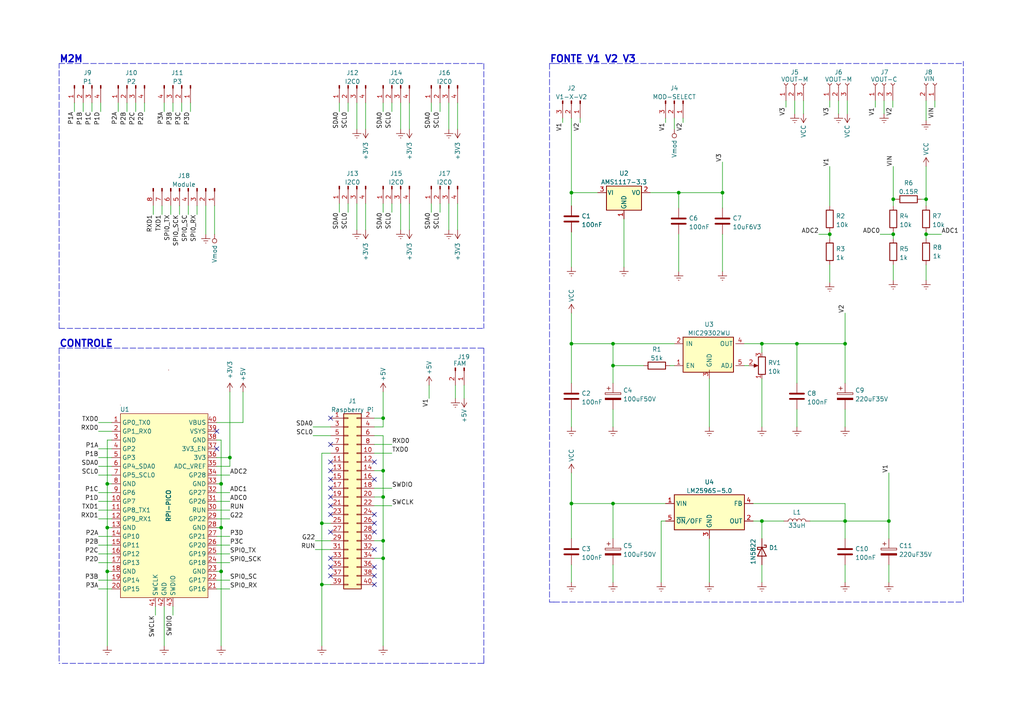
<source format=kicad_sch>
(kicad_sch (version 20211123) (generator eeschema)
  (paper "A4")
  (title_block (title "Controle e Alimentação") (date "2022-06-19") (rev "1.0") (company "Trekking") (comment 2 "Pedro Igro B. S."))
  (lib_symbols
    (symbol "Connector:Conn_01x02_Female" (pin_names (offset 1.016) hide)
      (property "Reference" "J" (at 0 2.54 0))
      (property "Value" "Conn_01x02_Female" (at 0 -5.08 0))
      (symbol "Conn_01x02_Female_1_1"
        (pin passive line (at -5.08 0 0) (length 3.81) (name "Pin_1") (number "1"))
        (pin passive line (at -5.08 -2.54 0) (length 3.81) (name "Pin_2") (number "2"))
      )
    )
    (symbol "Connector:Conn_01x02_Male" (pin_names (offset 1.016) hide)
      (property "Reference" "J" (at 0 2.54 0))
      (property "Value" "Conn_01x02_Male" (at 0 -5.08 0))
      (symbol "Conn_01x02_Male_1_1"
        (pin passive line (at 5.08 0 180) (length 3.81) (name "Pin_1") (number "1"))
        (pin passive line (at 5.08 -2.54 180) (length 3.81) (name "Pin_2") (number "2"))
      )
    )
    (symbol "Connector:Conn_01x03_Female" (pin_names (offset 1.016) hide)
      (property "Reference" "J" (at 0 5.08 0))
      (property "Value" "Conn_01x03_Female" (at 0 -5.08 0))
      (symbol "Conn_01x03_Female_1_1"
        (pin passive line (at -5.08 2.54 0) (length 3.81) (name "Pin_1") (number "1"))
        (pin passive line (at -5.08 0 0) (length 3.81) (name "Pin_2") (number "2"))
        (pin passive line (at -5.08 -2.54 0) (length 3.81) (name "Pin_3") (number "3"))
      )
    )
    (symbol "Connector:Conn_01x03_Male" (pin_names (offset 1.016) hide)
      (property "Reference" "J" (at 0 5.08 0))
      (property "Value" "Conn_01x03_Male" (at 0 -5.08 0))
      (symbol "Conn_01x03_Male_1_1"
        (pin passive line (at 5.08 2.54 180) (length 3.81) (name "Pin_1") (number "1"))
        (pin passive line (at 5.08 0 180) (length 3.81) (name "Pin_2") (number "2"))
        (pin passive line (at 5.08 -2.54 180) (length 3.81) (name "Pin_3") (number "3"))
      )
    )
    (symbol "Connector:Conn_01x04_Male" (pin_names (offset 1.016) hide)
      (property "Reference" "J" (at 0 5.08 0))
      (property "Value" "Conn_01x04_Male" (at 0 -7.62 0))
      (symbol "Conn_01x04_Male_1_1"
        (pin passive line (at 5.08 2.54 180) (length 3.81) (name "Pin_1") (number "1"))
        (pin passive line (at 5.08 0 180) (length 3.81) (name "Pin_2") (number "2"))
        (pin passive line (at 5.08 -2.54 180) (length 3.81) (name "Pin_3") (number "3"))
        (pin passive line (at 5.08 -5.08 180) (length 3.81) (name "Pin_4") (number "4"))
      )
    )
    (symbol "Connector:Conn_01x08_Male" (pin_names (offset 1.016) hide)
      (property "Reference" "J" (at 0 10.16 0))
      (property "Value" "Conn_01x08_Male" (at 0 -12.7 0))
      (symbol "Conn_01x08_Male_1_1"
        (pin passive line (at 5.08 7.62 180) (length 3.81) (name "Pin_1") (number "1"))
        (pin passive line (at 5.08 5.08 180) (length 3.81) (name "Pin_2") (number "2"))
        (pin passive line (at 5.08 2.54 180) (length 3.81) (name "Pin_3") (number "3"))
        (pin passive line (at 5.08 0 180) (length 3.81) (name "Pin_4") (number "4"))
        (pin passive line (at 5.08 -2.54 180) (length 3.81) (name "Pin_5") (number "5"))
        (pin passive line (at 5.08 -5.08 180) (length 3.81) (name "Pin_6") (number "6"))
        (pin passive line (at 5.08 -7.62 180) (length 3.81) (name "Pin_7") (number "7"))
        (pin passive line (at 5.08 -10.16 180) (length 3.81) (name "Pin_8") (number "8"))
      )
    )
    (symbol "Connector_Generic:Conn_02x20_Odd_Even" (pin_names (offset 1.016) hide)
      (property "Reference" "J" (at 1.27 25.4 0))
      (property "Value" "Conn_02x20_Odd_Even" (at 1.27 -27.94 0))
      (symbol "Conn_02x20_Odd_Even_1_1"
        (pin passive line (at -5.08 22.86 0) (length 3.81) (name "Pin_1") (number "1"))
        (pin passive line (at 7.62 12.7 180) (length 3.81) (name "Pin_10") (number "10"))
        (pin passive line (at -5.08 10.16 0) (length 3.81) (name "Pin_11") (number "11"))
        (pin passive line (at 7.62 10.16 180) (length 3.81) (name "Pin_12") (number "12"))
        (pin passive line (at -5.08 7.62 0) (length 3.81) (name "Pin_13") (number "13"))
        (pin passive line (at 7.62 7.62 180) (length 3.81) (name "Pin_14") (number "14"))
        (pin passive line (at -5.08 5.08 0) (length 3.81) (name "Pin_15") (number "15"))
        (pin passive line (at 7.62 5.08 180) (length 3.81) (name "Pin_16") (number "16"))
        (pin passive line (at -5.08 2.54 0) (length 3.81) (name "Pin_17") (number "17"))
        (pin passive line (at 7.62 2.54 180) (length 3.81) (name "Pin_18") (number "18"))
        (pin passive line (at -5.08 0 0) (length 3.81) (name "Pin_19") (number "19"))
        (pin passive line (at 7.62 22.86 180) (length 3.81) (name "Pin_2") (number "2"))
        (pin passive line (at 7.62 0 180) (length 3.81) (name "Pin_20") (number "20"))
        (pin passive line (at -5.08 -2.54 0) (length 3.81) (name "Pin_21") (number "21"))
        (pin passive line (at 7.62 -2.54 180) (length 3.81) (name "Pin_22") (number "22"))
        (pin passive line (at -5.08 -5.08 0) (length 3.81) (name "Pin_23") (number "23"))
        (pin passive line (at 7.62 -5.08 180) (length 3.81) (name "Pin_24") (number "24"))
        (pin passive line (at -5.08 -7.62 0) (length 3.81) (name "Pin_25") (number "25"))
        (pin passive line (at 7.62 -7.62 180) (length 3.81) (name "Pin_26") (number "26"))
        (pin passive line (at -5.08 -10.16 0) (length 3.81) (name "Pin_27") (number "27"))
        (pin passive line (at 7.62 -10.16 180) (length 3.81) (name "Pin_28") (number "28"))
        (pin passive line (at -5.08 -12.7 0) (length 3.81) (name "Pin_29") (number "29"))
        (pin passive line (at -5.08 20.32 0) (length 3.81) (name "Pin_3") (number "3"))
        (pin passive line (at 7.62 -12.7 180) (length 3.81) (name "Pin_30") (number "30"))
        (pin passive line (at -5.08 -15.24 0) (length 3.81) (name "Pin_31") (number "31"))
        (pin passive line (at 7.62 -15.24 180) (length 3.81) (name "Pin_32") (number "32"))
        (pin passive line (at -5.08 -17.78 0) (length 3.81) (name "Pin_33") (number "33"))
        (pin passive line (at 7.62 -17.78 180) (length 3.81) (name "Pin_34") (number "34"))
        (pin passive line (at -5.08 -20.32 0) (length 3.81) (name "Pin_35") (number "35"))
        (pin passive line (at 7.62 -20.32 180) (length 3.81) (name "Pin_36") (number "36"))
        (pin passive line (at -5.08 -22.86 0) (length 3.81) (name "Pin_37") (number "37"))
        (pin passive line (at 7.62 -22.86 180) (length 3.81) (name "Pin_38") (number "38"))
        (pin passive line (at -5.08 -25.4 0) (length 3.81) (name "Pin_39") (number "39"))
        (pin passive line (at 7.62 20.32 180) (length 3.81) (name "Pin_4") (number "4"))
        (pin passive line (at 7.62 -25.4 180) (length 3.81) (name "Pin_40") (number "40"))
        (pin passive line (at -5.08 17.78 0) (length 3.81) (name "Pin_5") (number "5"))
        (pin passive line (at 7.62 17.78 180) (length 3.81) (name "Pin_6") (number "6"))
        (pin passive line (at -5.08 15.24 0) (length 3.81) (name "Pin_7") (number "7"))
        (pin passive line (at 7.62 15.24 180) (length 3.81) (name "Pin_8") (number "8"))
        (pin passive line (at -5.08 12.7 0) (length 3.81) (name "Pin_9") (number "9"))
      )
    )
    (symbol "Device:C" (pin_numbers hide) (pin_names (offset 0.254))
      (property "Reference" "C" (at 0.635 2.54 0))
      (property "Value" "C" (at 0.635 -2.54 0))
      (symbol "C_1_1"
        (pin passive line (at 0 3.81 270) (length 2.794) (name "~") (number "1"))
        (pin passive line (at 0 -3.81 90) (length 2.794) (name "~") (number "2"))
      )
    )
    (symbol "Device:C_Polarized" (pin_numbers hide) (pin_names (offset 0.254))
      (property "Reference" "C" (at 0.635 2.54 0))
      (property "Value" "C_Polarized" (at 0.635 -2.54 0))
      (symbol "C_Polarized_1_1"
        (pin passive line (at 0 3.81 270) (length 2.794) (name "~") (number "1"))
        (pin passive line (at 0 -3.81 90) (length 2.794) (name "~") (number "2"))
      )
    )
    (symbol "Device:L" (pin_numbers hide) (pin_names (offset 1.016) hide)
      (property "Reference" "L" (at -1.27 0 90))
      (property "Value" "L" (at 1.905 0 90))
      (symbol "L_1_1"
        (pin passive line (at 0 3.81 270) (length 1.27) (name "1") (number "1"))
        (pin passive line (at 0 -3.81 90) (length 1.27) (name "2") (number "2"))
      )
    )
    (symbol "Device:R" (pin_numbers hide) (pin_names (offset 0))
      (property "Reference" "R" (at 2.032 0 90))
      (property "Value" "R" (at 0 0 90))
      (symbol "R_1_1"
        (pin passive line (at 0 3.81 270) (length 1.27) (name "~") (number "1"))
        (pin passive line (at 0 -3.81 90) (length 1.27) (name "~") (number "2"))
      )
    )
    (symbol "Device:R_Potentiometer" (pin_names (offset 1.016) hide)
      (property "Reference" "RV" (at -4.445 0 90))
      (property "Value" "R_Potentiometer" (at -2.54 0 90))
      (symbol "R_Potentiometer_1_1"
        (pin passive line (at 0 3.81 270) (length 1.27) (name "1") (number "1"))
        (pin passive line (at 3.81 0 180) (length 1.27) (name "2") (number "2"))
        (pin passive line (at 0 -3.81 90) (length 1.27) (name "3") (number "3"))
      )
    )
    (symbol "Diode:1N5822" (pin_numbers hide) (pin_names (offset 1.016) hide)
      (property "Reference" "D" (at 0 2.54 0))
      (property "Value" "1N5822" (at 0 -2.54 0))
      (symbol "1N5822_1_1"
        (pin passive line (at -3.81 0 0) (length 2.54) (name "K") (number "1"))
        (pin passive line (at 3.81 0 180) (length 2.54) (name "A") (number "2"))
      )
    )
    (symbol "MyLib-ALL:MIC29302WU" (pin_names (offset 0.762))
      (property "Reference" "U?" (at 0 6.2398 0))
      (property "Value" "MIC29302WU" (at 0 4.445 0))
      (symbol "MIC29302WU_1_1"
        (pin input line (at -10.16 -5.08 0) (length 2.54) (name "EN") (number "1"))
        (pin power_in line (at -10.16 1.27 0) (length 2.54) (name "IN") (number "2"))
        (pin power_in line (at 0 -8.89 90) (length 2.54) (name "GND") (number "3"))
        (pin power_out line (at 10.16 1.27 180) (length 2.54) (name "OUT") (number "4"))
        (pin input line (at 10.16 -5.08 180) (length 2.54) (name "ADJ") (number "5"))
      )
    )
    (symbol "MyLib-ALL:Vmod" (power) (pin_names (offset 0))
      (property "Value" "Vmod" (at 0 3.81 0))
      (symbol "Vmod_1_1"
        (pin power_in line (at 0 0 90) (length 0) hide (name "Vmod") (number "1"))
      )
    )
    (symbol "Regulator_Linear:AMS1117-3.3" (pin_names (offset 0.254))
      (property "Reference" "U" (at -3.81 3.175 0))
      (property "Value" "AMS1117-3.3" (at 0 3.175 0))
      (symbol "AMS1117-3.3_1_1"
        (pin power_in line (at 0 -7.62 90) (length 2.54) (name "GND") (number "1"))
        (pin power_out line (at 7.62 0 180) (length 2.54) (name "VO") (number "2"))
        (pin power_in line (at -7.62 0 0) (length 2.54) (name "VI") (number "3"))
      )
    )
    (symbol "Regulator_Switching:LM2596S-ADJ"
      (property "Reference" "U" (at -10.16 6.35 0))
      (property "Value" "LM2596S-ADJ" (at 0 6.35 0))
      (symbol "LM2596S-ADJ_1_1"
        (pin power_in line (at -12.7 2.54 0) (length 2.54) (name "VIN") (number "1"))
        (pin output line (at 12.7 -2.54 180) (length 2.54) (name "OUT") (number "2"))
        (pin power_in line (at 0 -7.62 90) (length 2.54) (name "GND") (number "3"))
        (pin input line (at 12.7 2.54 180) (length 2.54) (name "FB") (number "4"))
        (pin input line (at -12.7 -2.54 0) (length 2.54) (name "~{ON}/OFF") (number "5"))
      )
    )
    (symbol "power:+3V3" (power) (pin_names (offset 0))
      (property "Value" "+3V3" (at 0 3.556 0))
      (symbol "+3V3_1_1"
        (pin power_in line (at 0 0 90) (length 0) hide (name "+3V3") (number "1"))
      )
    )
    (symbol "power:+5V" (power) (pin_names (offset 0))
      (property "Value" "+5V" (at 0 3.556 0))
      (symbol "+5V_1_1"
        (pin power_in line (at 0 0 90) (length 0) hide (name "+5V") (number "1"))
      )
    )
    (symbol "power:Earth" (power) (pin_names (offset 0))
      (symbol "Earth_1_1"
        (pin power_in line (at 0 0 270) (length 0) hide (name "Earth") (number "1"))
      )
    )
    (symbol "power:VCC" (power) (pin_names (offset 0))
      (property "Value" "VCC" (at 0 3.81 0))
      (symbol "VCC_1_1"
        (pin power_in line (at 0 0 90) (length 0) hide (name "VCC") (number "1"))
      )
    )
    (symbol "trekking_Library:RPI-PICO"
      (property "Reference" "U?" (at -11.43 27.94 0))
      (property "Value" "RPI-PICO" (at 1.27 0 90))
      (symbol "RPI-PICO_1_1"
        (pin bidirectional line (at -15.24 24.13 0) (length 2.54) (name "GP0_TX0") (number "1"))
        (pin bidirectional line (at -15.24 1.27 0) (length 2.54) (name "GP7") (number "10"))
        (pin bidirectional line (at -15.24 -1.27 0) (length 2.54) (name "GP8_TX1") (number "11"))
        (pin bidirectional line (at -15.24 -3.81 0) (length 2.54) (name "GP9_RX1") (number "12"))
        (pin passive line (at -15.24 -6.35 0) (length 2.54) (name "GND") (number "13"))
        (pin bidirectional line (at -15.24 -8.89 0) (length 2.54) (name "GP10") (number "14"))
        (pin bidirectional line (at -15.24 -11.43 0) (length 2.54) (name "GP11") (number "15"))
        (pin bidirectional line (at -15.24 -13.97 0) (length 2.54) (name "GP12") (number "16"))
        (pin bidirectional line (at -15.24 -16.51 0) (length 2.54) (name "GP13") (number "17"))
        (pin passive line (at -15.24 -19.05 0) (length 2.54) (name "GND") (number "18"))
        (pin bidirectional line (at -15.24 -21.59 0) (length 2.54) (name "GP14") (number "19"))
        (pin bidirectional line (at -15.24 21.59 0) (length 2.54) (name "GP1_RX0") (number "2"))
        (pin bidirectional line (at -15.24 -24.13 0) (length 2.54) (name "GP15") (number "20"))
        (pin bidirectional line (at 15.24 -24.13 180) (length 2.54) (name "GP16") (number "21"))
        (pin bidirectional line (at 15.24 -21.59 180) (length 2.54) (name "GP17") (number "22"))
        (pin passive line (at 15.24 -19.05 180) (length 2.54) (name "GND") (number "23"))
        (pin bidirectional line (at 15.24 -16.51 180) (length 2.54) (name "GP18") (number "24"))
        (pin bidirectional line (at 15.24 -13.97 180) (length 2.54) (name "GP19") (number "25"))
        (pin bidirectional line (at 15.24 -11.43 180) (length 2.54) (name "GP20") (number "26"))
        (pin bidirectional line (at 15.24 -8.89 180) (length 2.54) (name "GP21") (number "27"))
        (pin passive line (at 15.24 -6.35 180) (length 2.54) (name "GND") (number "28"))
        (pin bidirectional line (at 15.24 -3.81 180) (length 2.54) (name "GP22") (number "29"))
        (pin passive line (at -15.24 19.05 0) (length 2.54) (name "GND") (number "3"))
        (pin passive line (at 15.24 -1.27 180) (length 2.54) (name "RUN") (number "30"))
        (pin bidirectional line (at 15.24 1.27 180) (length 2.54) (name "GP26") (number "31"))
        (pin bidirectional line (at 15.24 3.81 180) (length 2.54) (name "GP27") (number "32"))
        (pin passive line (at 15.24 6.35 180) (length 2.54) (name "GND") (number "33"))
        (pin bidirectional line (at 15.24 8.89 180) (length 2.54) (name "GP28") (number "34"))
        (pin input line (at 15.24 11.43 180) (length 2.54) (name "ADC_VREF") (number "35"))
        (pin power_out line (at 15.24 13.97 180) (length 2.54) (name "3V3") (number "36"))
        (pin passive line (at 15.24 16.51 180) (length 2.54) (name "3V3_EN") (number "37"))
        (pin passive line (at 15.24 19.05 180) (length 2.54) (name "GND") (number "38"))
        (pin power_out line (at 15.24 21.59 180) (length 2.54) (name "VSYS") (number "39"))
        (pin bidirectional line (at -15.24 16.51 0) (length 2.54) (name "GP2") (number "4"))
        (pin power_in line (at 15.24 24.13 180) (length 2.54) (name "VBUS") (number "40"))
        (pin output line (at -2.54 -29.21 90) (length 2.54) (name "SWCLK") (number "41"))
        (pin passive line (at 0 -29.21 90) (length 2.54) (name "GND") (number "42"))
        (pin bidirectional line (at 2.54 -29.21 90) (length 2.54) (name "SWDIO") (number "43"))
        (pin bidirectional line (at -15.24 13.97 0) (length 2.54) (name "GP3") (number "5"))
        (pin bidirectional line (at -15.24 11.43 0) (length 2.54) (name "GP4_SDA0") (number "6"))
        (pin bidirectional line (at -15.24 8.89 0) (length 2.54) (name "GP5_SCL0") (number "7"))
        (pin passive line (at -15.24 6.35 0) (length 2.54) (name "GND") (number "8"))
        (pin bidirectional line (at -15.24 3.81 0) (length 2.54) (name "GP6") (number "9"))
      )
    )
  )
  (junction (at 268.605 57.785))
  (junction (at 93.345 151.765))
  (junction (at 177.8 146.05))
  (junction (at 111.125 136.525))
  (junction (at 111.125 156.845))
  (junction (at 196.85 55.88))
  (junction (at 165.735 55.88))
  (junction (at 177.8 99.695))
  (junction (at 93.345 169.545))
  (junction (at 220.98 99.695))
  (junction (at 111.125 144.145))
  (junction (at 245.11 99.695))
  (junction (at 257.81 151.13))
  (junction (at 64.135 165.735))
  (junction (at 165.735 99.695))
  (junction (at 66.675 132.715))
  (junction (at 259.08 67.945))
  (junction (at 165.735 146.05))
  (junction (at 231.14 99.695))
  (junction (at 31.115 165.735))
  (junction (at 64.135 153.035))
  (junction (at 240.665 67.945))
  (junction (at 245.11 151.13))
  (junction (at 220.98 151.13))
  (junction (at 209.55 55.88))
  (junction (at 111.125 161.925))
  (junction (at 268.605 67.945))
  (junction (at 31.115 140.335))
  (junction (at 259.08 57.785))
  (junction (at 111.125 121.285))
  (junction (at 177.8 106.045))
  (junction (at 64.135 140.335))
  (junction (at 31.115 153.035))
  (no_connect (at 62.865 125.095))
  (no_connect (at 62.865 130.175))
  (no_connect (at 95.885 128.905))
  (no_connect (at 108.585 169.545))
  (no_connect (at 95.885 121.285))
  (no_connect (at 108.585 149.225))
  (no_connect (at 108.585 154.305))
  (no_connect (at 95.885 154.305))
  (no_connect (at 108.585 139.065))
  (no_connect (at 95.885 161.925))
  (no_connect (at 95.885 167.005))
  (no_connect (at 95.885 164.465))
  (no_connect (at 108.585 151.765))
  (no_connect (at 108.585 164.465))
  (no_connect (at 108.585 159.385))
  (no_connect (at 95.885 146.685))
  (no_connect (at 95.885 149.225))
  (no_connect (at 108.585 133.985))
  (no_connect (at 95.885 139.065))
  (no_connect (at 95.885 141.605))
  (no_connect (at 95.885 144.145))
  (no_connect (at 95.885 133.985))
  (no_connect (at 95.885 136.525))
  (no_connect (at 108.585 167.005))
  (wire (pts (xy 245.11 118.745) (xy 245.11 123.825)))
  (wire (pts (xy 64.135 165.735) (xy 64.135 153.035)))
  (wire (pts (xy 49.53 59.69) (xy 49.53 62.23)))
  (wire (pts (xy 111.125 29.845) (xy 111.125 32.385)))
  (wire (pts (xy 62.865 142.875) (xy 66.675 142.875)))
  (wire (pts (xy 111.125 156.845) (xy 108.585 156.845)))
  (wire (pts (xy 205.74 109.855) (xy 205.74 123.825)))
  (wire (pts (xy 31.115 153.035) (xy 31.115 165.735)))
  (polyline (pts (xy 122.555 192.405) (xy 17.145 192.405)))
  (wire (pts (xy 118.745 59.055) (xy 118.745 66.675)))
  (wire (pts (xy 113.665 141.605) (xy 108.585 141.605)))
  (wire (pts (xy 165.735 55.88) (xy 173.355 55.88)))
  (wire (pts (xy 21.59 29.845) (xy 21.59 32.385)))
  (wire (pts (xy 31.115 140.335) (xy 31.115 153.035)))
  (wire (pts (xy 127.635 59.055) (xy 127.635 61.595)))
  (wire (pts (xy 90.805 123.825) (xy 95.885 123.825)))
  (polyline (pts (xy 122.555 192.405) (xy 140.335 192.405)))
  (wire (pts (xy 177.8 106.045) (xy 177.8 111.125)))
  (wire (pts (xy 165.735 34.29) (xy 165.735 55.88)))
  (wire (pts (xy 24.13 29.845) (xy 24.13 32.385)))
  (wire (pts (xy 220.98 109.855) (xy 220.98 123.825)))
  (polyline (pts (xy 160.655 18.415) (xy 279.4 18.415)))
  (wire (pts (xy 256.413 29.21) (xy 256.413 33.02)))
  (wire (pts (xy 220.98 151.13) (xy 218.44 151.13)))
  (wire (pts (xy 62.865 163.195) (xy 66.675 163.195)))
  (wire (pts (xy 64.135 140.335) (xy 64.135 153.035)))
  (wire (pts (xy 259.08 67.31) (xy 259.08 67.945)))
  (wire (pts (xy 118.745 29.845) (xy 118.745 37.465)))
  (wire (pts (xy 34.29 29.845) (xy 34.29 32.385)))
  (wire (pts (xy 271.145 29.21) (xy 271.145 31.115)))
  (wire (pts (xy 100.965 59.055) (xy 100.965 61.595)))
  (wire (pts (xy 245.11 146.05) (xy 245.11 151.13)))
  (wire (pts (xy 198.12 34.29) (xy 198.12 35.56)))
  (wire (pts (xy 28.575 135.255) (xy 32.385 135.255)))
  (wire (pts (xy 66.675 113.665) (xy 66.675 132.715)))
  (wire (pts (xy 130.175 29.845) (xy 130.175 37.465)))
  (wire (pts (xy 177.8 146.05) (xy 177.8 156.21)))
  (wire (pts (xy 62.865 127.635) (xy 64.135 127.635)))
  (wire (pts (xy 45.085 175.895) (xy 45.085 178.435)))
  (wire (pts (xy 70.485 122.555) (xy 62.865 122.555)))
  (wire (pts (xy 93.345 169.545) (xy 93.345 151.765)))
  (wire (pts (xy 28.575 163.195) (xy 32.385 163.195)))
  (wire (pts (xy 111.125 136.525) (xy 108.585 136.525)))
  (wire (pts (xy 70.485 113.665) (xy 70.485 122.555)))
  (wire (pts (xy 46.99 59.69) (xy 46.99 62.23)))
  (wire (pts (xy 245.11 156.21) (xy 245.11 151.13)))
  (wire (pts (xy 66.675 135.255) (xy 66.675 132.715)))
  (wire (pts (xy 259.08 57.785) (xy 259.715 57.785)))
  (wire (pts (xy 106.045 59.055) (xy 106.045 66.675)))
  (wire (pts (xy 28.575 155.575) (xy 32.385 155.575)))
  (polyline (pts (xy 140.335 192.405) (xy 140.335 191.77)))
  (wire (pts (xy 220.98 151.13) (xy 227.33 151.13)))
  (wire (pts (xy 47.625 175.895) (xy 47.625 187.325)))
  (wire (pts (xy 93.345 131.445) (xy 93.345 151.765)))
  (wire (pts (xy 103.505 29.845) (xy 103.505 37.465)))
  (wire (pts (xy 125.095 59.055) (xy 125.095 61.595)))
  (wire (pts (xy 62.865 150.495) (xy 66.675 150.495)))
  (wire (pts (xy 227.965 29.21) (xy 227.965 31.115)))
  (wire (pts (xy 177.8 146.05) (xy 193.04 146.05)))
  (wire (pts (xy 220.98 168.91) (xy 220.98 163.83)))
  (wire (pts (xy 91.44 156.845) (xy 95.885 156.845)))
  (wire (pts (xy 111.125 161.925) (xy 108.585 161.925)))
  (wire (pts (xy 177.8 99.695) (xy 195.58 99.695)))
  (wire (pts (xy 240.665 29.21) (xy 240.665 31.115)))
  (wire (pts (xy 257.81 137.16) (xy 257.81 151.13)))
  (wire (pts (xy 113.665 29.845) (xy 113.665 32.385)))
  (wire (pts (xy 245.11 163.83) (xy 245.11 168.91)))
  (wire (pts (xy 95.885 131.445) (xy 93.345 131.445)))
  (wire (pts (xy 57.15 59.69) (xy 57.15 62.23)))
  (wire (pts (xy 28.575 160.655) (xy 32.385 160.655)))
  (wire (pts (xy 62.865 165.735) (xy 64.135 165.735)))
  (wire (pts (xy 31.115 127.635) (xy 31.115 140.335)))
  (wire (pts (xy 95.885 169.545) (xy 93.345 169.545)))
  (wire (pts (xy 240.665 76.835) (xy 240.665 81.915)))
  (wire (pts (xy 257.81 151.13) (xy 257.81 156.21)))
  (wire (pts (xy 26.67 29.845) (xy 26.67 32.385)))
  (wire (pts (xy 257.81 163.83) (xy 257.81 168.91)))
  (wire (pts (xy 32.385 153.035) (xy 31.115 153.035)))
  (wire (pts (xy 165.735 146.05) (xy 165.735 156.21)))
  (wire (pts (xy 28.575 125.095) (xy 32.385 125.095)))
  (wire (pts (xy 259.08 59.69) (xy 259.08 57.785)))
  (wire (pts (xy 177.8 99.695) (xy 177.8 106.045)))
  (wire (pts (xy 41.91 29.845) (xy 41.91 32.385)))
  (wire (pts (xy 220.98 156.21) (xy 220.98 151.13)))
  (wire (pts (xy 268.605 29.21) (xy 268.605 34.925)))
  (wire (pts (xy 47.625 29.845) (xy 47.625 32.385)))
  (polyline (pts (xy 17.145 18.415) (xy 140.335 18.415)))
  (wire (pts (xy 32.385 165.735) (xy 31.115 165.735)))
  (wire (pts (xy 165.735 146.05) (xy 177.8 146.05)))
  (wire (pts (xy 111.125 136.525) (xy 111.125 144.145)))
  (wire (pts (xy 54.61 59.69) (xy 54.61 62.23)))
  (wire (pts (xy 98.425 29.845) (xy 98.425 32.385)))
  (wire (pts (xy 218.44 146.05) (xy 245.11 146.05)))
  (wire (pts (xy 108.585 128.905) (xy 113.665 128.905)))
  (wire (pts (xy 165.735 137.16) (xy 165.735 146.05)))
  (polyline (pts (xy 122.555 100.965) (xy 140.335 100.965)))
  (wire (pts (xy 240.665 67.31) (xy 240.665 67.945)))
  (wire (pts (xy 245.11 151.13) (xy 257.81 151.13)))
  (wire (pts (xy 111.125 126.365) (xy 111.125 136.525)))
  (wire (pts (xy 66.675 132.715) (xy 62.865 132.715)))
  (polyline (pts (xy 160.655 18.415) (xy 159.385 18.415)))
  (wire (pts (xy 193.04 34.29) (xy 193.04 35.56)))
  (wire (pts (xy 111.125 59.055) (xy 111.125 61.595)))
  (wire (pts (xy 240.665 67.945) (xy 240.665 69.215)))
  (wire (pts (xy 93.345 169.545) (xy 93.345 187.325)))
  (wire (pts (xy 220.98 99.695) (xy 231.14 99.695)))
  (wire (pts (xy 195.58 34.29) (xy 195.58 37.465)))
  (polyline (pts (xy 159.385 18.415) (xy 159.385 174.625)))
  (wire (pts (xy 268.605 48.26) (xy 268.605 57.785)))
  (wire (pts (xy 177.8 163.83) (xy 177.8 168.91)))
  (wire (pts (xy 28.575 147.955) (xy 32.385 147.955)))
  (wire (pts (xy 113.665 59.055) (xy 113.665 61.595)))
  (wire (pts (xy 196.85 55.88) (xy 188.595 55.88)))
  (polyline (pts (xy 279.4 174.625) (xy 279.4 17.78)))
  (wire (pts (xy 62.865 160.655) (xy 66.675 160.655)))
  (wire (pts (xy 259.08 76.835) (xy 259.08 81.28)))
  (wire (pts (xy 177.8 106.045) (xy 186.69 106.045)))
  (polyline (pts (xy 140.335 18.415) (xy 140.335 95.25)))
  (wire (pts (xy 127.635 29.845) (xy 127.635 32.385)))
  (wire (pts (xy 268.605 59.69) (xy 268.605 57.785)))
  (wire (pts (xy 29.21 29.845) (xy 29.21 32.385)))
  (wire (pts (xy 268.605 67.945) (xy 273.05 67.945)))
  (wire (pts (xy 215.9 99.695) (xy 220.98 99.695)))
  (wire (pts (xy 103.505 59.055) (xy 103.505 66.675)))
  (wire (pts (xy 165.735 99.695) (xy 177.8 99.695)))
  (wire (pts (xy 62.865 137.795) (xy 66.675 137.795)))
  (wire (pts (xy 108.585 146.685) (xy 113.665 146.685)))
  (wire (pts (xy 62.865 140.335) (xy 64.135 140.335)))
  (wire (pts (xy 62.865 145.415) (xy 66.675 145.415)))
  (wire (pts (xy 28.575 122.555) (xy 32.385 122.555)))
  (polyline (pts (xy 17.145 100.965) (xy 17.145 192.405)))
  (wire (pts (xy 165.735 67.31) (xy 165.735 77.47)))
  (wire (pts (xy 28.575 158.115) (xy 32.385 158.115)))
  (wire (pts (xy 93.345 151.765) (xy 95.885 151.765)))
  (wire (pts (xy 124.46 111.76) (xy 124.46 115.57)))
  (wire (pts (xy 196.85 60.325) (xy 196.85 55.88)))
  (wire (pts (xy 62.865 147.955) (xy 66.675 147.955)))
  (wire (pts (xy 268.605 57.785) (xy 267.335 57.785)))
  (wire (pts (xy 116.205 59.055) (xy 116.205 66.675)))
  (wire (pts (xy 268.605 67.31) (xy 268.605 67.945)))
  (wire (pts (xy 62.865 155.575) (xy 66.675 155.575)))
  (wire (pts (xy 258.953 29.21) (xy 258.953 31.115)))
  (wire (pts (xy 59.69 59.69) (xy 59.69 67.945)))
  (wire (pts (xy 237.49 67.945) (xy 240.665 67.945)))
  (wire (pts (xy 62.865 135.255) (xy 66.675 135.255)))
  (wire (pts (xy 255.27 67.945) (xy 259.08 67.945)))
  (polyline (pts (xy 17.145 100.965) (xy 122.555 100.965)))
  (wire (pts (xy 28.575 170.815) (xy 32.385 170.815)))
  (wire (pts (xy 259.08 67.945) (xy 259.08 69.215)))
  (wire (pts (xy 28.575 132.715) (xy 32.385 132.715)))
  (wire (pts (xy 253.873 29.21) (xy 253.873 31.115)))
  (polyline (pts (xy 17.145 95.25) (xy 140.335 95.25)))
  (wire (pts (xy 98.425 59.055) (xy 98.425 61.595)))
  (wire (pts (xy 111.125 113.665) (xy 111.125 121.285)))
  (wire (pts (xy 106.045 29.845) (xy 106.045 37.465)))
  (wire (pts (xy 64.135 165.735) (xy 64.135 187.325)))
  (polyline (pts (xy 159.385 174.625) (xy 160.655 174.625)))
  (wire (pts (xy 125.095 29.845) (xy 125.095 32.385)))
  (wire (pts (xy 55.245 29.845) (xy 55.245 32.385)))
  (wire (pts (xy 132.715 29.845) (xy 132.715 37.465)))
  (wire (pts (xy 165.735 118.745) (xy 165.735 123.825)))
  (wire (pts (xy 28.575 145.415) (xy 32.385 145.415)))
  (wire (pts (xy 231.14 118.745) (xy 231.14 123.825)))
  (wire (pts (xy 111.125 161.925) (xy 111.125 187.325)))
  (wire (pts (xy 259.08 48.26) (xy 259.08 57.785)))
  (wire (pts (xy 28.575 168.275) (xy 32.385 168.275)))
  (polyline (pts (xy 160.655 174.625) (xy 279.4 174.625)))
  (wire (pts (xy 231.14 111.125) (xy 231.14 99.695)))
  (wire (pts (xy 28.575 150.495) (xy 32.385 150.495)))
  (wire (pts (xy 165.735 90.805) (xy 165.735 99.695)))
  (wire (pts (xy 52.07 59.69) (xy 52.07 62.23)))
  (wire (pts (xy 209.55 60.325) (xy 209.55 55.88)))
  (wire (pts (xy 240.665 48.26) (xy 240.665 59.69)))
  (wire (pts (xy 243.205 29.21) (xy 243.205 33.02)))
  (wire (pts (xy 168.275 34.29) (xy 168.275 35.56)))
  (wire (pts (xy 134.62 111.76) (xy 134.62 115.57)))
  (wire (pts (xy 268.605 67.945) (xy 268.605 69.215)))
  (wire (pts (xy 39.37 29.845) (xy 39.37 32.385)))
  (wire (pts (xy 220.98 99.695) (xy 220.98 102.235)))
  (wire (pts (xy 130.175 59.055) (xy 130.175 66.675)))
  (wire (pts (xy 32.385 127.635) (xy 31.115 127.635)))
  (wire (pts (xy 111.125 144.145) (xy 108.585 144.145)))
  (wire (pts (xy 90.805 126.365) (xy 95.885 126.365)))
  (wire (pts (xy 205.74 156.21) (xy 205.74 168.91)))
  (wire (pts (xy 64.135 153.035) (xy 62.865 153.035)))
  (wire (pts (xy 177.8 118.745) (xy 177.8 123.825)))
  (wire (pts (xy 132.715 59.055) (xy 132.715 66.675)))
  (wire (pts (xy 111.125 123.825) (xy 108.585 123.825)))
  (wire (pts (xy 165.735 163.83) (xy 165.735 168.91)))
  (wire (pts (xy 50.165 175.895) (xy 50.165 178.435)))
  (wire (pts (xy 165.735 111.125) (xy 165.735 99.695)))
  (wire (pts (xy 108.585 131.445) (xy 113.665 131.445)))
  (wire (pts (xy 209.55 46.99) (xy 209.55 55.88)))
  (wire (pts (xy 245.11 90.805) (xy 245.11 99.695)))
  (wire (pts (xy 28.575 137.795) (xy 32.385 137.795)))
  (wire (pts (xy 36.83 29.845) (xy 36.83 32.385)))
  (wire (pts (xy 91.44 159.385) (xy 95.885 159.385)))
  (wire (pts (xy 165.735 59.69) (xy 165.735 55.88)))
  (wire (pts (xy 62.865 168.275) (xy 66.675 168.275)))
  (wire (pts (xy 111.125 156.845) (xy 111.125 161.925)))
  (wire (pts (xy 180.975 63.5) (xy 180.975 77.47)))
  (wire (pts (xy 245.745 29.21) (xy 245.745 33.02)))
  (wire (pts (xy 215.9 106.045) (xy 217.17 106.045)))
  (wire (pts (xy 245.11 99.695) (xy 231.14 99.695)))
  (wire (pts (xy 31.115 165.735) (xy 31.115 187.325)))
  (wire (pts (xy 209.55 55.88) (xy 196.85 55.88)))
  (wire (pts (xy 230.505 29.21) (xy 230.505 33.02)))
  (wire (pts (xy 268.605 76.835) (xy 268.605 81.28)))
  (wire (pts (xy 28.575 142.875) (xy 32.385 142.875)))
  (wire (pts (xy 50.165 29.845) (xy 50.165 32.385)))
  (wire (pts (xy 193.04 151.13) (xy 191.77 151.13)))
  (wire (pts (xy 62.865 158.115) (xy 66.675 158.115)))
  (wire (pts (xy 209.55 67.945) (xy 209.55 78.74)))
  (wire (pts (xy 44.45 59.69) (xy 44.45 62.23)))
  (wire (pts (xy 196.85 67.945) (xy 196.85 78.74)))
  (wire (pts (xy 62.23 59.69) (xy 62.23 67.945)))
  (wire (pts (xy 111.125 144.145) (xy 111.125 156.845)))
  (wire (pts (xy 64.135 127.635) (xy 64.135 140.335)))
  (wire (pts (xy 245.11 111.125) (xy 245.11 99.695)))
  (wire (pts (xy 31.115 140.335) (xy 32.385 140.335)))
  (wire (pts (xy 111.125 121.285) (xy 111.125 123.825)))
  (wire (pts (xy 108.585 126.365) (xy 111.125 126.365)))
  (wire (pts (xy 62.865 170.815) (xy 66.675 170.815)))
  (wire (pts (xy 194.31 106.045) (xy 195.58 106.045)))
  (polyline (pts (xy 17.145 95.25) (xy 17.145 18.415)))
  (wire (pts (xy 100.965 29.845) (xy 100.965 32.385)))
  (wire (pts (xy 163.195 34.29) (xy 163.195 35.56)))
  (wire (pts (xy 28.575 130.175) (xy 32.385 130.175)))
  (wire (pts (xy 233.045 29.21) (xy 233.045 33.02)))
  (wire (pts (xy 234.95 151.13) (xy 245.11 151.13)))
  (wire (pts (xy 108.585 121.285) (xy 111.125 121.285)))
  (wire (pts (xy 116.205 29.845) (xy 116.205 37.465)))
  (wire (pts (xy 191.77 151.13) (xy 191.77 168.91)))
  (polyline (pts (xy 140.335 100.965) (xy 140.335 192.405)))
  (wire (pts (xy 132.08 111.76) (xy 132.08 115.57)))
  (wire (pts (xy 52.705 29.845) (xy 52.705 32.385)))
  (text "CONTROLE" (at 17.145 100.965 0) (effects (font (size 2 2) (thickness 0.4) bold) (justify left bottom)))
  (text "M2M" (at 17.145 18.415 0) (effects (font (size 2 2) (thickness 0.4) bold) (justify left bottom)))
  (text "FONTE V1 V2 V3" (at 159.385 18.415 0) (effects (font (size 2 2) (thickness 0.4) bold) (justify left bottom)))
  (label "V1" (at 253.873 31.115 270))
  (label "SDA0" (at 125.095 61.595 270))
  (label "V2" (at 245.11 90.805 90))
  (label "TXD0" (at 113.665 131.445 0))
  (label "SPI0_SC" (at 54.61 62.23 270))
  (label "P2D" (at 41.91 32.385 270))
  (label "P1B" (at 28.575 132.715 180))
  (label "SWDIO" (at 50.165 178.435 270))
  (label "ADC2" (at 237.49 67.945 180))
  (label "SPI0_TX" (at 66.675 160.655 0))
  (label "P1C" (at 28.575 142.875 180))
  (label "V1" (at 240.665 48.26 90))
  (label "SCL0" (at 100.965 32.385 270))
  (label "SDA0" (at 98.425 61.595 270))
  (label "RUN" (at 66.675 147.955 0))
  (label "TXD1" (at 28.575 147.955 180))
  (label "P1A" (at 21.59 32.385 270))
  (label "P1A" (at 28.575 130.175 180))
  (label "RXD1" (at 28.575 150.495 180))
  (label "V3" (at 227.965 31.115 270))
  (label "ADC2" (at 66.675 137.795 0))
  (label "ADC0" (at 66.675 145.415 0))
  (label "RUN" (at 91.44 159.385 180))
  (label "V1" (at 163.195 35.56 270))
  (label "P2C" (at 39.37 32.385 270))
  (label "SCL0" (at 100.965 61.595 270))
  (label "P2A" (at 34.29 32.385 270))
  (label "SDA0" (at 125.095 32.385 270))
  (label "V2" (at 168.275 35.56 270))
  (label "SDA0" (at 98.425 32.385 270))
  (label "SDA0" (at 111.125 61.595 270))
  (label "G22" (at 66.675 150.495 0))
  (label "RXD0" (at 28.575 125.095 180))
  (label "SPI0_SCK" (at 52.07 62.23 270))
  (label "P2A" (at 28.575 155.575 180))
  (label "P2B" (at 36.83 32.385 270))
  (label "P3C" (at 66.675 158.115 0))
  (label "SDA0" (at 111.125 32.385 270))
  (label "P3C" (at 52.705 32.385 270))
  (label "TXD0" (at 28.575 122.555 180))
  (label "VIN" (at 271.145 31.115 270))
  (label "P2B" (at 28.575 158.115 180))
  (label "SDA0" (at 90.805 123.825 180))
  (label "TXD1" (at 46.99 62.23 270))
  (label "P2D" (at 28.575 163.195 180))
  (label "SWCLK" (at 113.665 146.685 0))
  (label "P1D" (at 29.21 32.385 270))
  (label "VIN" (at 259.08 48.26 90))
  (label "G22" (at 91.44 156.845 180))
  (label "V2" (at 198.12 35.56 270))
  (label "P3D" (at 66.675 155.575 0))
  (label "RXD0" (at 113.665 128.905 0))
  (label "SPI0_RX" (at 66.675 170.815 0))
  (label "P3A" (at 28.575 170.815 180))
  (label "P1B" (at 24.13 32.385 270))
  (label "P1C" (at 26.67 32.385 270))
  (label "ADC0" (at 255.27 67.945 180))
  (label "V3" (at 209.55 46.99 90))
  (label "ADC1" (at 66.675 142.875 0))
  (label "SPI0_RX" (at 57.15 62.23 270))
  (label "P3B" (at 28.575 168.275 180))
  (label "P3B" (at 50.165 32.385 270))
  (label "SPI0_SCK" (at 66.675 163.195 0))
  (label "P1D" (at 28.575 145.415 180))
  (label "ADC1" (at 273.05 67.945 0))
  (label "SPI0_SC" (at 66.675 168.275 0))
  (label "SWCLK" (at 45.085 178.435 270))
  (label "P2C" (at 28.575 160.655 180))
  (label "V3" (at 240.665 31.115 270))
  (label "SDA0" (at 28.575 135.255 180))
  (label "SCL0" (at 113.665 61.595 270))
  (label "V1" (at 193.04 35.56 270))
  (label "P3D" (at 55.245 32.385 270))
  (label "SCL0" (at 28.575 137.795 180))
  (label "V1" (at 257.81 137.16 90))
  (label "RXD1" (at 44.45 62.23 270))
  (label "P3A" (at 47.625 32.385 270))
  (label "V2" (at 258.953 31.115 270))
  (label "V1" (at 124.46 115.57 270))
  (label "SWDIO" (at 113.665 141.605 0))
  (label "SCL0" (at 127.635 61.595 270))
  (label "SPI0_TX" (at 49.53 62.23 270))
  (label "SCL0" (at 113.665 32.385 270))
  (label "SCL0" (at 127.635 32.385 270))
  (label "SCL0" (at 90.805 126.365 180))
  (symbol (lib_id "power:Earth") (at 245.11 168.91 0) (unit 1)
    (property "Reference" "#PWR0114" (effects hide))
    (property "Value" "Earth" (effects hide))
  )
  (symbol (lib_id "power:Earth") (at 130.175 66.675 0) (unit 1)
    (property "Reference" "#PWR0147" (effects hide))
    (property "Value" "Earth" (effects hide))
  )
  (symbol (lib_id "power:Earth") (at 132.08 115.57 0) (unit 1)
    (property "Reference" "#PWR0155" (effects hide))
    (property "Value" "Earth" (effects hide))
  )
  (symbol (lib_id "Connector:Conn_01x04_Male") (at 36.83 24.765 90) (mirror x) (unit 1)
    (property "Reference" "J10" (at 38.1 21.116 90))
    (property "Value" "P2" (at 38.1 23.6529 90))
    (property "Footprint" "Connector_Molex:Molex_KK-254_AE-6410-04A_1x04_P2.54mm_Vertical" (effects hide))
  )
  (symbol (lib_id "MyLib-ALL:Vmod") (at 62.23 67.945 180) (unit 1)
    (property "Reference" "#PWR0154" (effects hide))
    (property "Value" "Vmod" (at 62.23 73.66 90))
  )
  (symbol (lib_id "power:Earth") (at 220.98 123.825 0) (unit 1)
    (property "Reference" "#PWR0107" (effects hide))
    (property "Value" "Earth" (effects hide))
  )
  (symbol (lib_id "power:+3V3") (at 118.745 66.675 180) (unit 1)
    (property "Reference" "#PWR0145" (effects hide))
    (property "Value" "+3V3" (at 118.745 73.025 90))
  )
  (symbol (lib_id "Connector:Conn_01x04_Male") (at 52.705 24.765 270) (unit 1)
    (property "Reference" "J11" (at 51.435 21.116 90))
    (property "Value" "P3" (at 51.435 23.6529 90))
    (property "Footprint" "Connector_Molex:Molex_KK-254_AE-6410-04A_1x04_P2.54mm_Vertical" (effects hide))
  )
  (symbol (lib_id "Connector:Conn_01x03_Female") (at 230.505 24.13 90) (unit 1)
    (property "Reference" "J5" (at 230.505 20.955 90))
    (property "Value" "VOUT-M" (at 230.505 23.0179 90))
    (property "Footprint" "MyFootprint:CONN5mm-3" (effects hide))
  )
  (symbol (lib_id "power:VCC") (at 268.605 48.26 0) (unit 1)
    (property "Reference" "#PWR0127" (effects hide))
    (property "Value" "VCC" (at 268.605 43.18 90))
  )
  (symbol (lib_id "Device:C_Polarized") (at 177.8 114.935 0) (unit 1)
    (property "Reference" "C4" (at 180.721 113.2113 0) (effects (justify left)))
    (property "Value" "100uF50V" (at 180.721 115.7482 0) (effects (justify left)))
    (property "Footprint" "Capacitor_SMD:CP_Elec_8x10" (effects hide))
  )
  (symbol (lib_id "Device:R") (at 263.525 57.785 90) (unit 1)
    (property "Reference" "R6" (at 263.525 53.0692 90))
    (property "Value" "0.15R" (at 263.525 55.6061 90))
    (property "Footprint" "MyFootprint:R_2512_6332Metric_Pad1.40x3.35mm_HandSolder" (effects hide))
  )
  (symbol (lib_id "power:Earth") (at 165.735 123.825 0) (unit 1)
    (property "Reference" "#PWR0120" (effects hide))
    (property "Value" "Earth" (effects hide))
  )
  (symbol (lib_id "power:Earth") (at 231.14 123.825 0) (unit 1)
    (property "Reference" "#PWR0106" (effects hide))
    (property "Value" "Earth" (effects hide))
  )
  (symbol (lib_id "power:Earth") (at 165.735 168.91 0) (unit 1)
    (property "Reference" "#PWR0108" (effects hide))
    (property "Value" "Earth" (effects hide))
  )
  (symbol (lib_id "power:Earth") (at 205.74 123.825 0) (unit 1)
    (property "Reference" "#PWR0102" (effects hide))
    (property "Value" "Earth" (effects hide))
  )
  (symbol (lib_id "Connector:Conn_01x04_Male") (at 127.635 53.975 90) (mirror x) (unit 1)
    (property "Reference" "J17" (at 128.905 50.326 90))
    (property "Value" "I2C0" (at 128.905 52.8629 90))
    (property "Footprint" "Connector_Molex:Molex_KK-254_AE-6410-04A_1x04_P2.54mm_Vertical" (effects hide))
  )
  (symbol (lib_id "power:Earth") (at 177.8 168.91 0) (unit 1)
    (property "Reference" "#PWR0109" (effects hide))
    (property "Value" "Earth" (effects hide))
  )
  (symbol (lib_id "Device:C") (at 209.55 64.135 0) (unit 1)
    (property "Reference" "C7" (at 212.471 63.3003 0) (effects (justify left)))
    (property "Value" "10uF6V3" (at 212.471 65.8372 0) (effects (justify left)))
    (property "Footprint" "Capacitor_SMD:C_0805_2012Metric_Pad1.18x1.45mm_HandSolder" (effects hide))
  )
  (symbol (lib_id "power:Earth") (at 230.505 33.02 0) (unit 1)
    (property "Reference" "#PWR0130" (effects hide))
    (property "Value" "Earth" (effects hide))
  )
  (symbol (lib_id "Regulator_Switching:LM2596S-ADJ") (at 205.74 148.59 0) (unit 1)
    (property "Reference" "U4" (at 205.74 139.8102 0))
    (property "Value" "LM2596S-5.0" (at 205.74 142.3471 0))
    (property "Footprint" "Package_TO_SOT_SMD:TO-263-5_TabPin3" (effects hide))
    (property "Datasheet" "http://www.ti.com/lit/ds/symlink/lm2596.pdf" (effects hide))
  )
  (symbol (lib_id "MyLib-ALL:MIC29302WU") (at 205.74 100.965 0) (unit 1)
    (property "Reference" "U3" (at 205.6765 94.0902 0))
    (property "Value" "MIC29302WU" (at 205.6765 96.6271 0))
    (property "Footprint" "Package_TO_SOT_SMD:TO-263-5_TabPin3" (effects hide))
  )
  (symbol (lib_id "power:+5V") (at 124.46 111.76 0) (unit 1)
    (property "Reference" "#PWR0103" (effects hide))
    (property "Value" "+5V" (at 124.46 106.68 90))
  )
  (symbol (lib_id "Connector_Generic:Conn_02x20_Odd_Even") (at 100.965 144.145 0) (unit 1)
    (property "Reference" "J1" (at 102.235 116.3152 0))
    (property "Value" "Raspberry Pi" (at 102.235 118.8521 0))
    (property "Footprint" "Connector_PinHeader_2.54mm:PinHeader_2x20_P2.54mm_Vertical" (effects hide))
  )
  (symbol (lib_id "power:Earth") (at 103.505 66.675 0) (unit 1)
    (property "Reference" "#PWR0144" (effects hide))
    (property "Value" "Earth" (effects hide))
  )
  (symbol (lib_id "Device:C_Polarized") (at 245.11 114.935 0) (unit 1)
    (property "Reference" "C9" (at 248.031 113.2113 0) (effects (justify left)))
    (property "Value" "220uF35V" (at 248.031 115.7482 0) (effects (justify left)))
    (property "Footprint" "Capacitor_SMD:CP_Elec_8x10" (effects hide))
  )
  (symbol (lib_id "Device:L") (at 231.14 151.13 90) (unit 1)
    (property "Reference" "L1" (at 231.14 148.59 90))
    (property "Value" "33uH" (at 231.14 152.4 90))
    (property "Footprint" "Inductor_SMD:L_12x12mm_H8mm" (effects hide))
  )
  (symbol (lib_id "Connector:Conn_01x04_Male") (at 127.635 24.765 90) (mirror x) (unit 1)
    (property "Reference" "J16" (at 128.905 21.116 90))
    (property "Value" "I2C0" (at 128.905 23.6529 90))
    (property "Footprint" "Connector_Molex:Molex_KK-254_AE-6410-04A_1x04_P2.54mm_Vertical" (effects hide))
  )
  (symbol (lib_id "power:Earth") (at 191.77 168.91 0) (unit 1)
    (property "Reference" "#PWR0110" (effects hide))
    (property "Value" "Earth" (effects hide))
  )
  (symbol (lib_id "power:Earth") (at 177.8 123.825 0) (unit 1)
    (property "Reference" "#PWR0119" (effects hide))
    (property "Value" "Earth" (effects hide))
  )
  (symbol (lib_id "power:Earth") (at 93.345 187.325 0) (unit 1)
    (property "Reference" "#PWR0134" (effects hide))
    (property "Value" "Earth" (effects hide))
  )
  (symbol (lib_id "power:Earth") (at 259.08 81.28 0) (unit 1)
    (property "Reference" "#PWR0131" (effects hide))
    (property "Value" "Earth" (effects hide))
  )
  (symbol (lib_id "power:+3V3") (at 132.715 37.465 180) (unit 1)
    (property "Reference" "#PWR0150" (effects hide))
    (property "Value" "+3V3" (at 132.715 43.815 90))
  )
  (symbol (lib_id "Connector:Conn_01x02_Male") (at 134.62 106.68 270) (unit 1)
    (property "Reference" "J19" (at 132.715 103.505 90) (effects (justify left)))
    (property "Value" "FAM" (at 131.445 105.41 90) (effects (justify left)))
    (property "Footprint" "Connector_PinHeader_2.54mm:PinHeader_1x02_P2.54mm_Vertical" (effects hide))
  )
  (symbol (lib_id "power:+5V") (at 134.62 115.57 180) (unit 1)
    (property "Reference" "#PWR0156" (effects hide))
    (property "Value" "+5V" (at 134.62 120.65 90))
  )
  (symbol (lib_id "power:Earth") (at 116.205 66.675 0) (unit 1)
    (property "Reference" "#PWR0148" (effects hide))
    (property "Value" "Earth" (effects hide))
  )
  (symbol (lib_id "Device:R") (at 259.08 63.5 0) (unit 1)
    (property "Reference" "R4" (at 260.858 62.6653 0) (effects (justify left)))
    (property "Value" "10k" (at 260.858 65.2022 0) (effects (justify left)))
    (property "Footprint" "Resistor_SMD:R_0805_2012Metric_Pad1.20x1.40mm_HandSolder" (effects hide))
  )
  (symbol (lib_id "power:Earth") (at 209.55 78.74 0) (unit 1)
    (property "Reference" "#PWR0132" (effects hide))
    (property "Value" "Earth" (effects hide))
  )
  (symbol (lib_id "power:+3V3") (at 106.045 37.465 180) (unit 1)
    (property "Reference" "#PWR0142" (effects hide))
    (property "Value" "+3V3" (at 106.045 43.815 90))
  )
  (symbol (lib_id "Device:R") (at 240.665 73.025 0) (unit 1)
    (property "Reference" "R3" (at 242.443 72.1903 0) (effects (justify left)))
    (property "Value" "1k" (at 242.443 74.7272 0) (effects (justify left)))
    (property "Footprint" "Resistor_SMD:R_0805_2012Metric_Pad1.20x1.40mm_HandSolder" (effects hide))
  )
  (symbol (lib_id "Device:C") (at 231.14 114.935 0) (unit 1)
    (property "Reference" "C8" (at 234.061 114.1003 0) (effects (justify left)))
    (property "Value" "100nF" (at 234.061 116.6372 0) (effects (justify left)))
    (property "Footprint" "Capacitor_SMD:C_0805_2012Metric_Pad1.18x1.45mm_HandSolder" (effects hide))
  )
  (symbol (lib_id "Regulator_Linear:AMS1117-3.3") (at 180.975 55.88 0) (unit 1)
    (property "Reference" "U2" (at 180.975 50.2752 0))
    (property "Value" "AMS1117-3.3" (at 180.975 52.8121 0))
    (property "Footprint" "Package_TO_SOT_SMD:SOT-223-3_TabPin2" (effects hide))
    (property "Datasheet" "http://www.advanced-monolithic.com/pdf/ds1117.pdf" (effects hide))
  )
  (symbol (lib_id "power:Earth") (at 180.975 77.47 0) (unit 1)
    (property "Reference" "#PWR0122" (effects hide))
    (property "Value" "Earth" (effects hide))
  )
  (symbol (lib_id "power:Earth") (at 111.125 187.325 0) (unit 1)
    (property "Reference" "#PWR0133" (effects hide))
    (property "Value" "Earth" (effects hide))
  )
  (symbol (lib_id "Device:C") (at 165.735 160.02 0) (unit 1)
    (property "Reference" "C3" (at 168.656 159.1853 0) (effects (justify left)))
    (property "Value" "100nF" (at 168.656 161.7222 0) (effects (justify left)))
    (property "Footprint" "Capacitor_SMD:C_0805_2012Metric_Pad1.18x1.45mm_HandSolder" (effects hide))
  )
  (symbol (lib_id "power:+5V") (at 70.485 113.665 0) (unit 1)
    (property "Reference" "#PWR0136" (effects hide))
    (property "Value" "+5V" (at 70.485 108.585 90))
  )
  (symbol (lib_id "power:Earth") (at 256.413 33.02 0) (unit 1)
    (property "Reference" "#PWR0126" (effects hide))
    (property "Value" "Earth" (effects hide))
  )
  (symbol (lib_id "Connector:Conn_01x02_Female") (at 271.145 24.13 270) (mirror x) (unit 1)
    (property "Reference" "J8" (at 270.51 20.955 90) (effects (justify right)))
    (property "Value" "VIN" (at 271.145 22.86 90) (effects (justify right)))
    (property "Footprint" "MyFootprint:AK300-2" (effects hide))
  )
  (symbol (lib_id "Connector:Conn_01x04_Male") (at 113.665 24.765 90) (mirror x) (unit 1)
    (property "Reference" "J14" (at 114.935 21.116 90))
    (property "Value" "I2C0" (at 114.935 23.6529 90))
    (property "Footprint" "Connector_Molex:Molex_KK-254_AE-6410-04A_1x04_P2.54mm_Vertical" (effects hide))
  )
  (symbol (lib_id "Connector:Conn_01x04_Male") (at 100.965 24.765 90) (mirror x) (unit 1)
    (property "Reference" "J12" (at 102.235 21.116 90))
    (property "Value" "I2C0" (at 102.235 23.6529 90))
    (property "Footprint" "Connector_Molex:Molex_KK-254_AE-6410-04A_1x04_P2.54mm_Vertical" (effects hide))
  )
  (symbol (lib_id "Device:C") (at 245.11 160.02 0) (unit 1)
    (property "Reference" "C10" (at 248.031 159.1853 0) (effects (justify left)))
    (property "Value" "100nF" (at 248.031 161.7222 0) (effects (justify left)))
    (property "Footprint" "Capacitor_SMD:C_0805_2012Metric_Pad1.18x1.45mm_HandSolder" (effects hide))
  )
  (symbol (lib_id "power:Earth") (at 257.81 168.91 0) (unit 1)
    (property "Reference" "#PWR0113" (effects hide))
    (property "Value" "Earth" (effects hide))
  )
  (symbol (lib_id "power:+3V3") (at 118.745 37.465 180) (unit 1)
    (property "Reference" "#PWR0151" (effects hide))
    (property "Value" "+3V3" (at 118.745 43.815 90))
  )
  (symbol (lib_id "Connector:Conn_01x08_Male") (at 54.61 54.61 270) (unit 1)
    (property "Reference" "J18" (at 53.34 50.961 90))
    (property "Value" "Module" (at 53.34 53.4979 90))
    (property "Footprint" "Connector_PinHeader_2.54mm:PinHeader_1x08_P2.54mm_Vertical" (effects hide))
  )
  (symbol (lib_id "power:VCC") (at 233.045 33.02 180) (unit 1)
    (property "Reference" "#PWR0129" (effects hide))
    (property "Value" "VCC" (at 233.045 38.1 90))
  )
  (symbol (lib_id "power:Earth") (at 196.85 78.74 0) (unit 1)
    (property "Reference" "#PWR0118" (effects hide))
    (property "Value" "Earth" (effects hide))
  )
  (symbol (lib_id "Device:C_Polarized") (at 257.81 160.02 0) (unit 1)
    (property "Reference" "C11" (at 260.731 158.2963 0) (effects (justify left)))
    (property "Value" "220uF35V" (at 260.731 160.8332 0) (effects (justify left)))
    (property "Footprint" "Capacitor_SMD:CP_Elec_8x10" (effects hide))
  )
  (symbol (lib_id "Connector:Conn_01x03_Male") (at 165.735 29.21 270) (unit 1)
    (property "Reference" "J2" (at 165.735 25.561 90))
    (property "Value" "V1-X-V2" (at 165.735 28.0979 90))
    (property "Footprint" "Connector_PinHeader_2.54mm:PinHeader_1x03_P2.54mm_Vertical" (effects hide))
  )
  (symbol (lib_id "power:Earth") (at 130.175 37.465 0) (unit 1)
    (property "Reference" "#PWR0149" (effects hide))
    (property "Value" "Earth" (effects hide))
  )
  (symbol (lib_id "Device:R") (at 259.08 73.025 0) (unit 1)
    (property "Reference" "R5" (at 260.858 72.1903 0) (effects (justify left)))
    (property "Value" "1k" (at 260.858 74.7272 0) (effects (justify left)))
    (property "Footprint" "Resistor_SMD:R_0805_2012Metric_Pad1.20x1.40mm_HandSolder" (effects hide))
  )
  (symbol (lib_id "Device:C_Polarized") (at 177.8 160.02 0) (unit 1)
    (property "Reference" "C5" (at 180.721 158.2963 0) (effects (justify left)))
    (property "Value" "100uF50V" (at 180.721 160.8332 0) (effects (justify left)))
    (property "Footprint" "Capacitor_SMD:CP_Elec_8x10" (effects hide))
  )
  (symbol (lib_id "Device:R") (at 268.605 73.025 0) (unit 1)
    (property "Reference" "R8" (at 270.51 71.7549 0) (effects (justify left)))
    (property "Value" "1k" (at 270.51 74.2949 0) (effects (justify left)))
    (property "Footprint" "Resistor_SMD:R_0805_2012Metric_Pad1.20x1.40mm_HandSolder" (effects hide))
  )
  (symbol (lib_id "trekking_Library:RPI-PICO") (at 47.625 146.685 0) (unit 1)
    (property "Reference" "U1" (at 36.195 118.745 0))
    (property "Value" "RPI-PICO" (at 48.895 146.685 90) (effects (font bold)))
    (property "Footprint" "MyFootprint:RPI-PICO-SMD" (effects hide))
  )
  (symbol (lib_id "power:Earth") (at 47.625 187.325 0) (unit 1)
    (property "Reference" "#PWR0138" (effects hide))
    (property "Value" "Earth" (effects hide))
  )
  (symbol (lib_id "Diode:1N5822") (at 220.98 160.02 270) (unit 1)
    (property "Reference" "D1" (at 223.012 158.8678 90) (effects (justify left)))
    (property "Value" "1N5822" (at 218.44 156.21 0) (effects (justify left)))
    (property "Footprint" "Diode_SMD:D_3220_8050Metric_Pad2.65x5.15mm_HandSolder" (effects hide))
    (property "Datasheet" "http://www.vishay.com/docs/88526/1n5820.pdf" (effects hide))
  )
  (symbol (lib_id "power:+3V3") (at 106.045 66.675 180) (unit 1)
    (property "Reference" "#PWR0143" (effects hide))
    (property "Value" "+3V3" (at 106.045 73.025 90))
  )
  (symbol (lib_id "Connector:Conn_01x04_Male") (at 113.665 53.975 90) (mirror x) (unit 1)
    (property "Reference" "J15" (at 114.935 50.326 90))
    (property "Value" "I2C0" (at 114.935 52.8629 90))
    (property "Footprint" "Connector_Molex:Molex_KK-254_AE-6410-04A_1x04_P2.54mm_Vertical" (effects hide))
  )
  (symbol (lib_id "Connector:Conn_01x03_Female") (at 256.413 24.13 90) (unit 1)
    (property "Reference" "J7" (at 256.54 20.955 90))
    (property "Value" "VOUT-C" (at 256.413 23.0179 90))
    (property "Footprint" "MyFootprint:CONN5mm-3" (effects hide))
  )
  (symbol (lib_id "Device:R") (at 240.665 63.5 0) (unit 1)
    (property "Reference" "R2" (at 242.443 62.6653 0) (effects (justify left)))
    (property "Value" "10k" (at 242.443 65.2022 0) (effects (justify left)))
    (property "Footprint" "Resistor_SMD:R_0805_2012Metric_Pad1.20x1.40mm_HandSolder" (effects hide))
  )
  (symbol (lib_id "power:Earth") (at 240.665 81.915 0) (unit 1)
    (property "Reference" "#PWR01" (effects hide))
    (property "Value" "Earth" (effects hide))
  )
  (symbol (lib_id "power:VCC") (at 245.745 33.02 180) (unit 1)
    (property "Reference" "#PWR0124" (effects hide))
    (property "Value" "VCC" (at 245.745 38.1 90))
  )
  (symbol (lib_id "Device:C") (at 196.85 64.135 0) (unit 1)
    (property "Reference" "C6" (at 199.771 63.3003 0) (effects (justify left)))
    (property "Value" "100nF" (at 199.771 65.8372 0) (effects (justify left)))
    (property "Footprint" "Capacitor_SMD:C_0805_2012Metric_Pad1.18x1.45mm_HandSolder" (effects hide))
  )
  (symbol (lib_id "power:Earth") (at 31.115 187.325 0) (unit 1)
    (property "Reference" "#PWR0141" (effects hide))
    (property "Value" "Earth" (effects hide))
  )
  (symbol (lib_id "power:Earth") (at 268.605 34.925 0) (unit 1)
    (property "Reference" "#PWR0128" (effects hide))
    (property "Value" "Earth" (effects hide))
  )
  (symbol (lib_id "power:Earth") (at 59.69 67.945 0) (unit 1)
    (property "Reference" "#PWR0153" (effects hide))
    (property "Value" "Earth" (effects hide))
  )
  (symbol (lib_id "Connector:Conn_01x04_Male") (at 100.965 53.975 90) (mirror x) (unit 1)
    (property "Reference" "J13" (at 102.235 50.326 90))
    (property "Value" "I2C0" (at 102.235 52.8629 90))
    (property "Footprint" "Connector_Molex:Molex_KK-254_AE-6410-04A_1x04_P2.54mm_Vertical" (effects hide))
  )
  (symbol (lib_id "Device:C") (at 165.735 114.935 0) (unit 1)
    (property "Reference" "C2" (at 168.656 114.1003 0) (effects (justify left)))
    (property "Value" "100nF" (at 168.656 116.6372 0) (effects (justify left)))
    (property "Footprint" "Capacitor_SMD:C_0805_2012Metric_Pad1.18x1.45mm_HandSolder" (effects hide))
  )
  (symbol (lib_id "power:+3V3") (at 66.675 113.665 0) (unit 1)
    (property "Reference" "#PWR0140" (effects hide))
    (property "Value" "+3V3" (at 66.675 107.315 90))
  )
  (symbol (lib_id "Device:R") (at 268.605 63.5 0) (unit 1)
    (property "Reference" "R7" (at 270.383 62.6653 0) (effects (justify left)))
    (property "Value" "10k" (at 270.383 65.2022 0) (effects (justify left)))
    (property "Footprint" "Resistor_SMD:R_0805_2012Metric_Pad1.20x1.40mm_HandSolder" (effects hide))
  )
  (symbol (lib_id "Connector:Conn_01x03_Male") (at 195.58 29.21 270) (unit 1)
    (property "Reference" "J4" (at 195.58 25.561 90))
    (property "Value" "MOD-SELECT" (at 195.58 28.0979 90))
    (property "Footprint" "Connector_PinHeader_2.54mm:PinHeader_1x03_P2.54mm_Vertical" (effects hide))
  )
  (symbol (lib_id "power:Earth") (at 220.98 168.91 0) (unit 1)
    (property "Reference" "#PWR0104" (effects hide))
    (property "Value" "Earth" (effects hide))
  )
  (symbol (lib_id "Device:R") (at 190.5 106.045 90) (unit 1)
    (property "Reference" "R1" (at 190.5 101.3292 90))
    (property "Value" "51k" (at 190.5 103.8661 90))
    (property "Footprint" "Resistor_SMD:R_0805_2012Metric_Pad1.20x1.40mm_HandSolder" (effects hide))
  )
  (symbol (lib_id "Device:R_Potentiometer") (at 220.98 106.045 180) (unit 1)
    (property "Reference" "RV1" (at 222.758 105.2103 0) (effects (justify right)))
    (property "Value" "10k" (at 222.758 107.7472 0) (effects (justify right)))
    (property "Footprint" "Potentiometer_THT:Potentiometer_Bourns_3266Y_Vertical" (effects hide))
  )
  (symbol (lib_id "power:Earth") (at 64.135 187.325 0) (unit 1)
    (property "Reference" "#PWR0137" (effects hide))
    (property "Value" "Earth" (effects hide))
  )
  (symbol (lib_id "power:Earth") (at 165.735 77.47 0) (unit 1)
    (property "Reference" "#PWR0121" (effects hide))
    (property "Value" "Earth" (effects hide))
  )
  (symbol (lib_id "power:Earth") (at 243.205 33.02 0) (unit 1)
    (property "Reference" "#PWR0125" (effects hide))
    (property "Value" "Earth" (effects hide))
  )
  (symbol (lib_id "power:Earth") (at 116.205 37.465 0) (unit 1)
    (property "Reference" "#PWR0152" (effects hide))
    (property "Value" "Earth" (effects hide))
  )
  (symbol (lib_id "power:Earth") (at 245.11 123.825 0) (unit 1)
    (property "Reference" "#PWR0112" (effects hide))
    (property "Value" "Earth" (effects hide))
  )
  (symbol (lib_id "power:+5V") (at 111.125 113.665 0) (unit 1)
    (property "Reference" "#PWR0139" (effects hide))
    (property "Value" "+5V" (at 111.125 108.585 90))
  )
  (symbol (lib_id "power:Earth") (at 268.605 81.28 0) (unit 1)
    (property "Reference" "#PWR0101" (effects hide))
    (property "Value" "Earth" (effects hide))
  )
  (symbol (lib_id "Connector:Conn_01x03_Female") (at 243.205 24.13 90) (unit 1)
    (property "Reference" "J6" (at 243.205 20.955 90))
    (property "Value" "VOUT-M" (at 243.205 23.0179 90))
    (property "Footprint" "MyFootprint:CONN5mm-3" (effects hide))
  )
  (symbol (lib_id "Connector:Conn_01x04_Male") (at 24.13 24.765 90) (mirror x) (unit 1)
    (property "Reference" "J9" (at 25.4 21.116 90))
    (property "Value" "P1" (at 25.4 23.6529 90))
    (property "Footprint" "Connector_Molex:Molex_KK-254_AE-6410-04A_1x04_P2.54mm_Vertical" (effects hide))
  )
  (symbol (lib_id "power:Earth") (at 205.74 168.91 0) (unit 1)
    (property "Reference" "#PWR0105" (effects hide))
    (property "Value" "Earth" (effects hide))
  )
  (symbol (lib_id "power:Earth") (at 103.505 37.465 0) (unit 1)
    (property "Reference" "#PWR0135" (effects hide))
    (property "Value" "Earth" (effects hide))
  )
  (symbol (lib_id "power:VCC") (at 165.735 137.16 0) (unit 1)
    (property "Reference" "#PWR0111" (effects hide))
    (property "Value" "VCC" (at 165.735 132.08 90))
  )
  (symbol (lib_id "power:+3V3") (at 132.715 66.675 180) (unit 1)
    (property "Reference" "#PWR0146" (effects hide))
    (property "Value" "+3V3" (at 132.715 73.025 90))
  )
  (symbol (lib_id "MyLib-ALL:Vmod") (at 195.58 37.465 180) (unit 1)
    (property "Reference" "#PWR0116" (effects hide))
    (property "Value" "Vmod" (at 195.58 43.18 90))
  )
  (symbol (lib_id "Device:C") (at 165.735 63.5 0) (unit 1)
    (property "Reference" "C1" (at 168.656 62.6653 0) (effects (justify left)))
    (property "Value" "100nF" (at 168.656 65.2022 0) (effects (justify left)))
  )
  (symbol (lib_id "power:VCC") (at 165.735 90.805 0) (unit 1)
    (property "Reference" "#PWR0123" (effects hide))
    (property "Value" "VCC" (at 165.735 85.725 90))
  )
)
</source>
